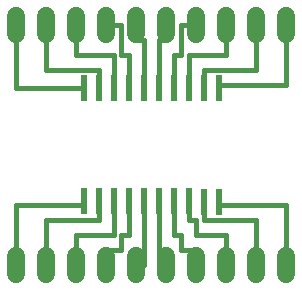
<source format=gtl>
G75*
G70*
%OFA0B0*%
%FSLAX24Y24*%
%IPPOS*%
%LPD*%
%AMOC8*
5,1,8,0,0,1.08239X$1,22.5*
%
%ADD10R,0.0236X0.0866*%
%ADD11C,0.0600*%
%ADD12C,0.0160*%
D10*
X003080Y003030D03*
X003580Y003030D03*
X004080Y003030D03*
X004580Y003030D03*
X005080Y003030D03*
X005580Y003030D03*
X006080Y003030D03*
X006580Y003030D03*
X007080Y003020D03*
X007580Y003020D03*
X007580Y006800D03*
X007080Y006800D03*
X006580Y006800D03*
X006080Y006800D03*
X005580Y006800D03*
X005080Y006800D03*
X004580Y006800D03*
X004080Y006800D03*
X003580Y006800D03*
X003080Y006800D03*
D11*
X000830Y001210D02*
X000830Y000610D01*
X001830Y000610D02*
X001830Y001210D01*
X002830Y001210D02*
X002830Y000610D01*
X003830Y000610D02*
X003830Y001210D01*
X004830Y001210D02*
X004830Y000610D01*
X005830Y000610D02*
X005830Y001210D01*
X006830Y001210D02*
X006830Y000610D01*
X007830Y000610D02*
X007830Y001210D01*
X008830Y001210D02*
X008830Y000610D01*
X009830Y000610D02*
X009830Y001210D01*
X009830Y008610D02*
X009830Y009210D01*
X008830Y009210D02*
X008830Y008610D01*
X007830Y008610D02*
X007830Y009210D01*
X006830Y009210D02*
X006830Y008610D01*
X005830Y008610D02*
X005830Y009210D01*
X004830Y009210D02*
X004830Y008610D01*
X003830Y008610D02*
X003830Y009210D01*
X002830Y009210D02*
X002830Y008610D01*
X001830Y008610D02*
X001830Y009210D01*
X000830Y009210D02*
X000830Y008610D01*
D12*
X000830Y008910D02*
X000830Y006800D01*
X003080Y006800D01*
X003580Y006800D02*
X003580Y007410D01*
X001830Y007410D01*
X001830Y008910D01*
X002830Y008910D02*
X002830Y007910D01*
X004080Y007910D01*
X004080Y006800D01*
X004580Y006800D02*
X004580Y007910D01*
X004330Y007910D01*
X004330Y008910D01*
X003830Y008910D01*
X004830Y008910D02*
X004830Y008410D01*
X005080Y008410D01*
X005080Y006800D01*
X005580Y006800D02*
X005580Y008410D01*
X005830Y008410D01*
X005830Y008910D01*
X006330Y008910D02*
X006330Y007910D01*
X006080Y007910D01*
X006080Y006800D01*
X006580Y006800D02*
X006580Y007910D01*
X007830Y007910D01*
X007830Y008910D01*
X006830Y008910D02*
X006330Y008910D01*
X007080Y007410D02*
X007080Y006800D01*
X007580Y006800D02*
X007580Y006910D01*
X009830Y006910D01*
X009830Y008910D01*
X008830Y008910D02*
X008830Y007410D01*
X007080Y007410D01*
X007080Y003020D02*
X007080Y002410D01*
X008830Y002410D01*
X008830Y000910D01*
X009830Y000910D02*
X009830Y002910D01*
X007580Y002910D01*
X007580Y003020D01*
X006830Y002410D02*
X006580Y002410D01*
X006580Y003030D01*
X006080Y003030D02*
X006080Y001910D01*
X006330Y001910D01*
X006330Y001410D01*
X006830Y001410D01*
X006830Y000910D01*
X007830Y000910D02*
X007830Y001910D01*
X006830Y001910D01*
X006830Y002410D01*
X005580Y003030D02*
X005580Y000910D01*
X005830Y000910D01*
X005080Y000910D02*
X005080Y003030D01*
X004580Y003030D02*
X004580Y001910D01*
X004330Y001910D01*
X004330Y001410D01*
X003830Y001410D01*
X003830Y000910D01*
X002830Y000910D02*
X002830Y001910D01*
X004080Y001910D01*
X004080Y003030D01*
X003580Y003030D02*
X003580Y002410D01*
X001830Y002410D01*
X001830Y000910D01*
X000830Y000910D02*
X000830Y002910D01*
X003080Y002910D01*
X003080Y003030D01*
X004830Y000910D02*
X005080Y000910D01*
M02*

</source>
